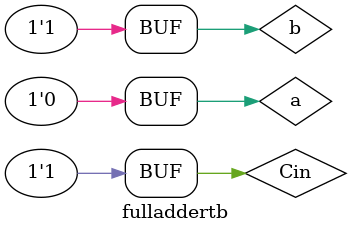
<source format=v>
module fulladdertb;
   reg a,b,Cin;
   wire F,Cy;
   fulladder_ckt ckt(F,Cy,Cin,a,b);
     initial begin 
           $dumpfile("fulladder_ckt.vcd");
           $dumpvars(0,fulladdertb);
           $monitor(F,Cy,Cin,a,b,);
         #3 Cin=0;a=1;b=1;
         #3 Cin=0;a=1;b=0;        
         #3 Cin=0;a=0;b=0;
         #3 Cin=1;a=1;b=1;
         #3 Cin=1;a=0;b=1;
     end
endmodule          

</source>
